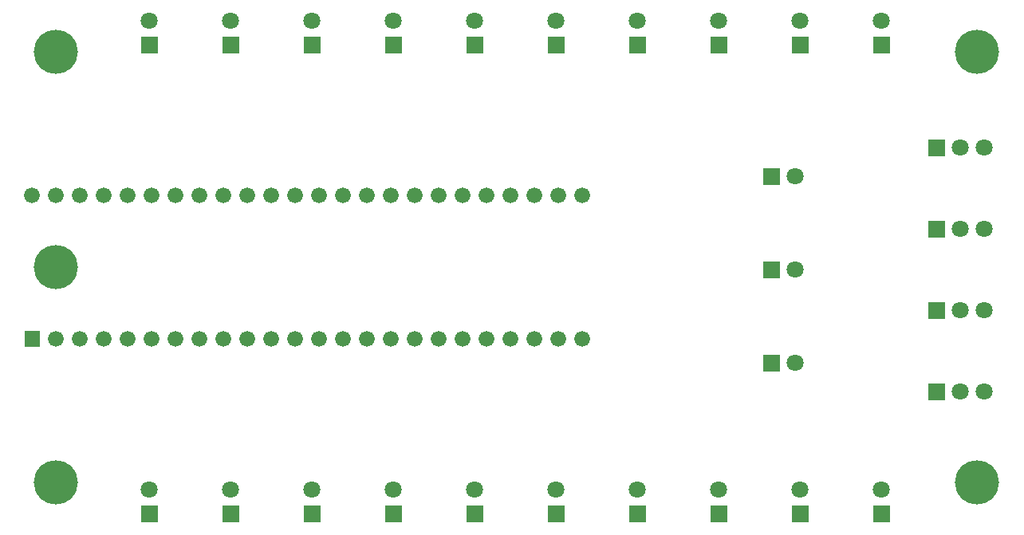
<source format=gbr>
G04 start of page 7 for group -4062 idx -4062 *
G04 Title: joystick-board, soldermask *
G04 Creator: pcb 20140316 *
G04 CreationDate: Mon 11 Dec 2017 05:03:33 PM GMT UTC *
G04 For: brian *
G04 Format: Gerber/RS-274X *
G04 PCB-Dimensions (mil): 6000.00 5000.00 *
G04 PCB-Coordinate-Origin: lower left *
%MOIN*%
%FSLAX25Y25*%
%LNBOTTOMMASK*%
%ADD59C,0.1850*%
%ADD58C,0.0710*%
%ADD57C,0.0001*%
%ADD56C,0.0660*%
G54D56*X271000Y246000D03*
X281000D03*
Y306000D03*
X271000D03*
G54D57*G36*
X356450Y278550D02*Y271450D01*
X363550D01*
Y278550D01*
X356450D01*
G37*
G36*
Y317550D02*Y310450D01*
X363550D01*
Y317550D01*
X356450D01*
G37*
G54D58*X370000Y275000D03*
Y314000D03*
G54D57*G36*
X356450Y239550D02*Y232450D01*
X363550D01*
Y239550D01*
X356450D01*
G37*
G54D58*X370000Y236000D03*
G54D57*G36*
X425450Y261550D02*Y254450D01*
X432550D01*
Y261550D01*
X425450D01*
G37*
G36*
Y295550D02*Y288450D01*
X432550D01*
Y295550D01*
X425450D01*
G37*
G54D58*X439000Y292000D03*
X449000D03*
X439000Y258000D03*
X449000D03*
G54D56*X261000Y306000D03*
G54D57*G36*
X300450Y372550D02*Y365450D01*
X307550D01*
Y372550D01*
X300450D01*
G37*
G54D58*X304000Y379000D03*
G54D57*G36*
X266450Y372550D02*Y365450D01*
X273550D01*
Y372550D01*
X266450D01*
G37*
G54D58*X270000Y379000D03*
G54D56*X251000Y306000D03*
X241000D03*
X231000D03*
G54D57*G36*
X232450Y372550D02*Y365450D01*
X239550D01*
Y372550D01*
X232450D01*
G37*
G54D58*X236000Y379000D03*
G54D57*G36*
X198450Y372550D02*Y365450D01*
X205550D01*
Y372550D01*
X198450D01*
G37*
G54D58*X202000Y379000D03*
G54D57*G36*
X334450Y372550D02*Y365450D01*
X341550D01*
Y372550D01*
X334450D01*
G37*
G36*
X368450D02*Y365450D01*
X375550D01*
Y372550D01*
X368450D01*
G37*
G36*
X402450D02*Y365450D01*
X409550D01*
Y372550D01*
X402450D01*
G37*
G54D59*X446000Y366000D03*
G54D58*X168000Y379000D03*
X100000D03*
X338000D03*
X372000D03*
X406000D03*
G54D57*G36*
X425450Y329550D02*Y322450D01*
X432550D01*
Y329550D01*
X425450D01*
G37*
G54D58*X439000Y326000D03*
X449000D03*
G54D57*G36*
X130450Y372550D02*Y365450D01*
X137550D01*
Y372550D01*
X130450D01*
G37*
G54D58*X134000Y379000D03*
G54D57*G36*
X164450Y372550D02*Y365450D01*
X171550D01*
Y372550D01*
X164450D01*
G37*
G36*
X96450D02*Y365450D01*
X103550D01*
Y372550D01*
X96450D01*
G37*
G54D59*X61000Y366000D03*
Y276000D03*
G54D56*X131000Y246000D03*
X141000D03*
X151000D03*
X161000D03*
X171000D03*
X81000D03*
X91000D03*
X101000D03*
X111000D03*
G54D57*G36*
X47700Y249300D02*Y242700D01*
X54300D01*
Y249300D01*
X47700D01*
G37*
G54D56*X61000Y246000D03*
X71000D03*
X121000D03*
G54D57*G36*
X96450Y176550D02*Y169450D01*
X103550D01*
Y176550D01*
X96450D01*
G37*
G36*
X164450D02*Y169450D01*
X171550D01*
Y176550D01*
X164450D01*
G37*
G36*
X198450D02*Y169450D01*
X205550D01*
Y176550D01*
X198450D01*
G37*
G36*
X130450D02*Y169450D01*
X137550D01*
Y176550D01*
X130450D01*
G37*
G54D58*X134000Y183000D03*
G54D59*X61000Y186000D03*
G54D56*X181000Y246000D03*
X191000D03*
X201000D03*
X211000D03*
X221000D03*
X231000D03*
X241000D03*
X251000D03*
X261000D03*
G54D57*G36*
X425450Y227550D02*Y220450D01*
X432550D01*
Y227550D01*
X425450D01*
G37*
G54D58*X439000Y224000D03*
X449000D03*
G54D56*X221000Y306000D03*
X211000D03*
X201000D03*
X191000D03*
X181000D03*
X171000D03*
X161000D03*
X151000D03*
X141000D03*
X131000D03*
X121000D03*
X111000D03*
X101000D03*
X91000D03*
X81000D03*
X71000D03*
X61000D03*
X51000D03*
G54D58*X100000Y183000D03*
X168000D03*
X202000D03*
X236000D03*
X270000D03*
X304000D03*
G54D57*G36*
X232450Y176550D02*Y169450D01*
X239550D01*
Y176550D01*
X232450D01*
G37*
G36*
X266450D02*Y169450D01*
X273550D01*
Y176550D01*
X266450D01*
G37*
G36*
X300450D02*Y169450D01*
X307550D01*
Y176550D01*
X300450D01*
G37*
G36*
X334450D02*Y169450D01*
X341550D01*
Y176550D01*
X334450D01*
G37*
G54D58*X338000Y183000D03*
G54D57*G36*
X368450Y176550D02*Y169450D01*
X375550D01*
Y176550D01*
X368450D01*
G37*
G54D58*X372000Y183000D03*
G54D57*G36*
X402450Y176550D02*Y169450D01*
X409550D01*
Y176550D01*
X402450D01*
G37*
G54D58*X406000Y183000D03*
G54D59*X446000Y186000D03*
M02*

</source>
